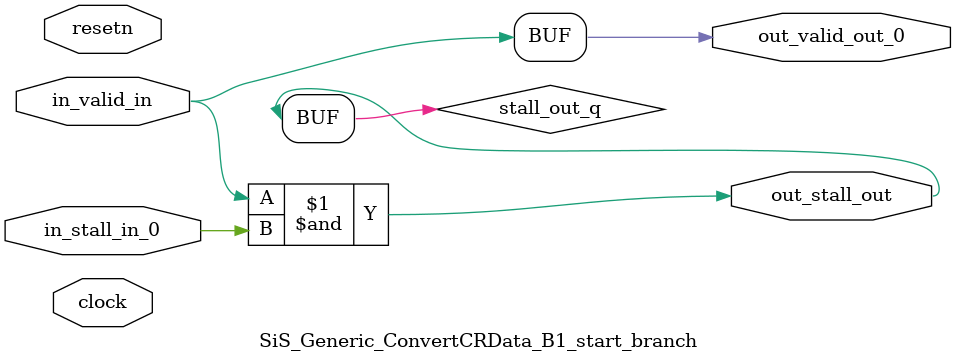
<source format=sv>



(* altera_attribute = "-name AUTO_SHIFT_REGISTER_RECOGNITION OFF; -name MESSAGE_DISABLE 10036; -name MESSAGE_DISABLE 10037; -name MESSAGE_DISABLE 14130; -name MESSAGE_DISABLE 14320; -name MESSAGE_DISABLE 15400; -name MESSAGE_DISABLE 14130; -name MESSAGE_DISABLE 10036; -name MESSAGE_DISABLE 12020; -name MESSAGE_DISABLE 12030; -name MESSAGE_DISABLE 12010; -name MESSAGE_DISABLE 12110; -name MESSAGE_DISABLE 14320; -name MESSAGE_DISABLE 13410; -name MESSAGE_DISABLE 113007; -name MESSAGE_DISABLE 10958" *)
module SiS_Generic_ConvertCRData_B1_start_branch (
    input wire [0:0] in_stall_in_0,
    input wire [0:0] in_valid_in,
    output wire [0:0] out_stall_out,
    output wire [0:0] out_valid_out_0,
    input wire clock,
    input wire resetn
    );

    wire [0:0] stall_out_q;


    // stall_out(LOGICAL,6)
    assign stall_out_q = in_valid_in & in_stall_in_0;

    // out_stall_out(GPOUT,4)
    assign out_stall_out = stall_out_q;

    // out_valid_out_0(GPOUT,5)
    assign out_valid_out_0 = in_valid_in;

endmodule

</source>
